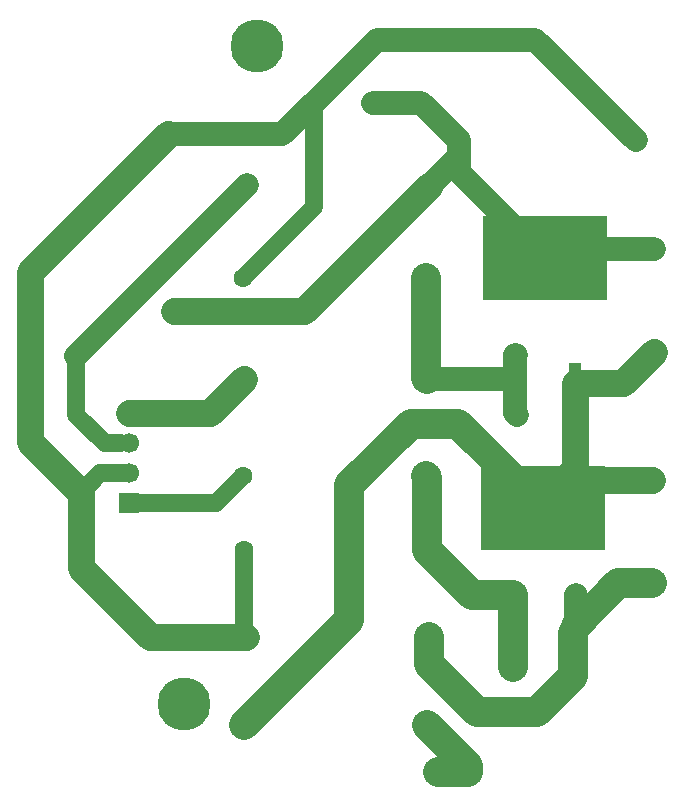
<source format=gtl>
G04 Layer: TopLayer*
G04 EasyEDA Pro v2.1.64.d1969c9c.217bcf, 2024-09-26 22:54:29*
G04 Gerber Generator version 0.3*
G04 Scale: 100 percent, Rotated: No, Reflected: No*
G04 Dimensions in millimeters*
G04 Leading zeros omitted, absolute positions, 3 integers and 5 decimals*
%FSLAX35Y35*%
%MOMM*%
%ADD10C,1.8*%
%ADD11R,1.13401X3.35854*%
%ADD12R,10.5664X7.18053*%
%ADD13C,1.6*%
%ADD14R,1.7X1.7*%
%ADD15C,1.7*%
%ADD16C,4.5*%
%ADD17R,1.8X1.8*%
%ADD18C,2.286*%
%ADD19C,1.4986*%
%ADD20C,2.54*%
%ADD21C,2.032*%
%ADD22C,1.524*%
%ADD23C,1.778*%
G75*


G04 Pad Start*
G54D10*
G01X8978900Y-1927200D03*
G01X8978900Y-2797200D03*
G01X8991600Y28600D03*
G01X8991600Y-841400D03*
G54D11*
G01X7818625Y-1102269D03*
G01X8326625Y-1102269D03*
G54D12*
G01X8072625Y-45121D03*
G54D11*
G01X7797808Y-3220969D03*
G01X8305808Y-3220969D03*
G54D12*
G01X8051808Y-2163821D03*
G54D13*
G01X7074205Y-4000500D03*
G01X5524195Y-4000500D03*
G01X7086905Y-3251200D03*
G01X5536895Y-3251200D03*
G01X7061505Y-1892300D03*
G01X5511495Y-1892300D03*
G01X5524195Y-2514600D03*
G01X7074205Y-2514600D03*
G01X7071035Y-1072401D03*
G01X5521025Y-1072401D03*
G01X5511495Y-215900D03*
G01X7061505Y-215900D03*
G54D10*
G01X6612636Y1270000D03*
G01X6112764Y1270000D03*
G01X4927600Y1004011D03*
G01X4927600Y-496011D03*
G01X8839911Y952500D03*
G01X7339889Y952500D03*
G54D14*
G01X4546600Y-2120900D03*
G54D15*
G01X4546600Y-1866900D03*
G01X4546600Y-1612900D03*
G01X4546600Y-1358900D03*
G54D13*
G01X7099605Y571500D03*
G01X5549595Y571500D03*
G54D16*
G01X5632412Y1753489D03*
G01X5010112Y-3823983D03*
G54D10*
G01X7162800Y-4394200D03*
G54D17*
G01X7416800Y-4394200D03*
G04 Pad End*

G04 Track Start*
G54D18*
G01X4546600Y-1358900D02*
G01X5234526Y-1358900D01*
G01X5521025Y-1072401D01*
G54D19*
G01X4546600Y-1866900D02*
G01X4305300Y-1866900D01*
G01X4140200Y-2032000D01*
G54D20*
G01X7797800Y-2895600D02*
G01X7797800Y-3220961D01*
G01X7797808Y-3220969D02*
G01X7797808Y-3505200D01*
G54D21*
G01X7818625Y-868175D02*
G01X7823200Y-863600D01*
G01X7818625Y-1102269D02*
G01X7818625Y-1354325D01*
G01X7835900Y-1371600D01*
G01X7071035Y-1072401D02*
G01X7788758Y-1072401D01*
G01X7818625Y-1102269D01*
G01Y-868175D01*
G54D20*
G01X7061505Y-215900D02*
G01X7061505Y-1062871D01*
G01X7071035Y-1072401D01*
G54D21*
G01X7099605Y571500D02*
G01X7339889Y811784D01*
G01X7339889Y687616D02*
G01X8072625Y-45121D01*
G01X7339889Y952500D02*
G01X7339889Y811784D01*
G01Y687616D01*
G01X6612636Y1270000D02*
G01X7022389Y1270000D01*
G01X7339889Y952500D01*
G01X4927600Y1004011D02*
G01X5846775Y1004011D01*
G01X6112764Y1270000D01*
G01X5549595Y571500D02*
G01X4102100Y-875995D01*
G54D22*
G01X4102100Y-1371600D02*
G01X4343400Y-1612900D01*
G01X4469306D01*
G01X4102100Y-1371600D02*
G01X4102100Y-875995D01*
G01X5511495Y-215900D02*
G01X6112764Y385369D01*
G01Y1270000D01*
G54D18*
G01X4927600Y-496011D02*
G01X6032094Y-496011D01*
G01X7099605Y571500D01*
G54D22*
G01X8331200Y-3246361D02*
G01X8305808Y-3220969D01*
G54D21*
G01X8991600Y28600D02*
G01X8146346Y28600D01*
G01X8072625Y-45121D01*
G54D18*
G01X4140200Y-2032000D02*
G01X3708400Y-1600200D01*
G54D21*
G01X6112764Y1270000D02*
G01X6646164Y1803400D01*
G01X7989011D01*
G01X8839911Y952500D01*
G54D19*
G01X4546600Y-2120900D02*
G01X5282895Y-2120900D01*
G01X5511495Y-1892300D01*
G01X5524195Y-2514600D02*
G01X5524195Y-3238500D01*
G01X5536895Y-3251200D01*
G54D20*
G01X7074205Y-2514600D02*
G01X7074205Y-1905000D01*
G01X7061505Y-1892300D01*
G54D18*
G01X5536895Y-3251200D02*
G01X4724400Y-3251200D01*
G01X4140200Y-2667000D02*
G01X4140200Y-2032000D01*
G01X4724400Y-3251200D02*
G01X4140200Y-2667000D01*
G54D20*
G01X7074205Y-2514600D02*
G01X7455205Y-2895600D01*
G01X7797800D01*
G54D18*
G01X3708400Y-1600200D02*
G01X3708400Y-165100D01*
G54D23*
G01X4877511Y1004011D02*
G01X4927600Y1004011D01*
G54D18*
G01X4877511Y1004011D02*
G01X3708400Y-165100D01*
G01X8978900Y-1927200D02*
G01X8288429Y-1927200D01*
G01X8051808Y-2163821D01*
G01X8166100Y-1993900D02*
G01X8326625Y-1833375D01*
G01Y-1102269D01*
G01X8730732D01*
G01X8991600Y-841400D01*
G54D20*
G01X7086905Y-3251200D02*
G01X7086905Y-3480105D01*
G01X7493000Y-3886200D01*
G01X7999787D01*
G01X8305808Y-3580179D01*
G54D21*
G01X8331200Y-3157243D02*
G01X8331200Y-3246361D01*
G54D20*
G01X8691243Y-2797200D02*
G01X8978900Y-2797200D01*
G01X8331200Y-3157243D02*
G01X8691243Y-2797200D01*
G01X8305808Y-3580179D02*
G01X8305808Y-3220969D01*
G54D21*
G01X8331200Y-2895600D02*
G01X8331200Y-3157243D01*
G54D20*
G01X5524195Y-4000500D02*
G01X6413500Y-3111195D01*
G01X7335787Y-1447800D02*
G01X8051808Y-2163821D01*
G01X6413500Y-3111195D02*
G01X6413500Y-1968500D01*
G01X6934200Y-1447800D01*
G01X7335787D01*
G01X7074205Y-4000500D02*
G01X7416800Y-4343095D01*
G01Y-4394200D01*
G01X7162800Y-4394200D02*
G01X7416800Y-4394200D01*
G04 Track End*

M02*

</source>
